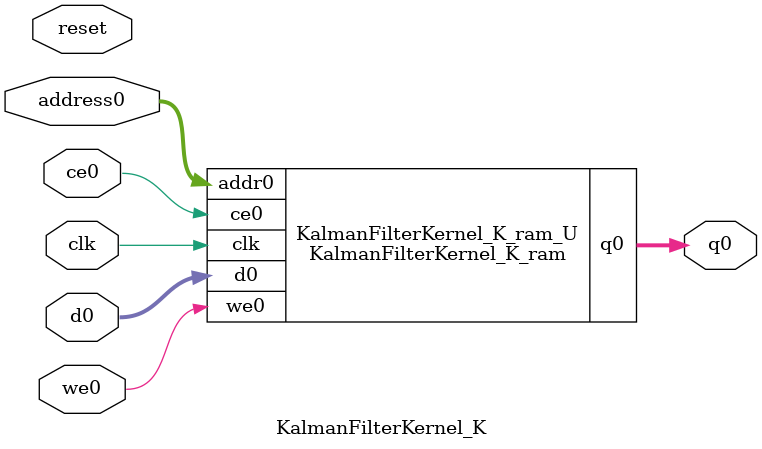
<source format=v>
`timescale 1 ns / 1 ps
module KalmanFilterKernel_K_ram (addr0, ce0, d0, we0, q0,  clk);

parameter DWIDTH = 32;
parameter AWIDTH = 5;
parameter MEM_SIZE = 18;

input[AWIDTH-1:0] addr0;
input ce0;
input[DWIDTH-1:0] d0;
input we0;
output reg[DWIDTH-1:0] q0;
input clk;

reg [DWIDTH-1:0] ram[0:MEM_SIZE-1];




always @(posedge clk)  
begin 
    if (ce0) begin
        if (we0) 
            ram[addr0] <= d0; 
        q0 <= ram[addr0];
    end
end


endmodule

`timescale 1 ns / 1 ps
module KalmanFilterKernel_K(
    reset,
    clk,
    address0,
    ce0,
    we0,
    d0,
    q0);

parameter DataWidth = 32'd32;
parameter AddressRange = 32'd18;
parameter AddressWidth = 32'd5;
input reset;
input clk;
input[AddressWidth - 1:0] address0;
input ce0;
input we0;
input[DataWidth - 1:0] d0;
output[DataWidth - 1:0] q0;



KalmanFilterKernel_K_ram KalmanFilterKernel_K_ram_U(
    .clk( clk ),
    .addr0( address0 ),
    .ce0( ce0 ),
    .we0( we0 ),
    .d0( d0 ),
    .q0( q0 ));

endmodule


</source>
